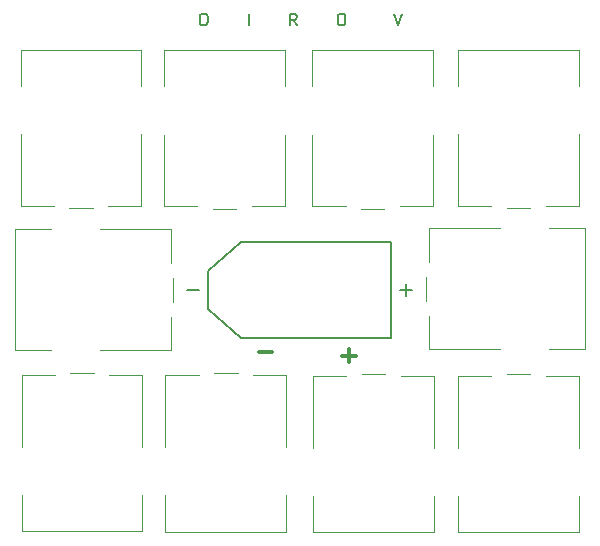
<source format=gbr>
%TF.GenerationSoftware,KiCad,Pcbnew,(6.0.9)*%
%TF.CreationDate,2023-02-05T01:33:25+02:00*%
%TF.ProjectId,Power for cam,506f7765-7220-4666-9f72-2063616d2e6b,rev?*%
%TF.SameCoordinates,Original*%
%TF.FileFunction,Legend,Top*%
%TF.FilePolarity,Positive*%
%FSLAX46Y46*%
G04 Gerber Fmt 4.6, Leading zero omitted, Abs format (unit mm)*
G04 Created by KiCad (PCBNEW (6.0.9)) date 2023-02-05 01:33:25*
%MOMM*%
%LPD*%
G01*
G04 APERTURE LIST*
%ADD10C,0.150000*%
%ADD11C,0.300000*%
%ADD12C,0.120000*%
%ADD13C,0.127000*%
G04 APERTURE END LIST*
D10*
X143738095Y-60452380D02*
X143928571Y-60452380D01*
X144023809Y-60500000D01*
X144119047Y-60595238D01*
X144166666Y-60785714D01*
X144166666Y-61119047D01*
X144119047Y-61309523D01*
X144023809Y-61404761D01*
X143928571Y-61452380D01*
X143738095Y-61452380D01*
X143642857Y-61404761D01*
X143547619Y-61309523D01*
X143500000Y-61119047D01*
X143500000Y-60785714D01*
X143547619Y-60595238D01*
X143642857Y-60500000D01*
X143738095Y-60452380D01*
X147642857Y-61452380D02*
X147642857Y-60452380D01*
X151738095Y-61452380D02*
X151404761Y-60976190D01*
X151166666Y-61452380D02*
X151166666Y-60452380D01*
X151547619Y-60452380D01*
X151642857Y-60500000D01*
X151690476Y-60547619D01*
X151738095Y-60642857D01*
X151738095Y-60785714D01*
X151690476Y-60880952D01*
X151642857Y-60928571D01*
X151547619Y-60976190D01*
X151166666Y-60976190D01*
X155404761Y-60452380D02*
X155595238Y-60452380D01*
X155690476Y-60500000D01*
X155785714Y-60595238D01*
X155833333Y-60785714D01*
X155833333Y-61119047D01*
X155785714Y-61309523D01*
X155690476Y-61404761D01*
X155595238Y-61452380D01*
X155404761Y-61452380D01*
X155309523Y-61404761D01*
X155214285Y-61309523D01*
X155166666Y-61119047D01*
X155166666Y-60785714D01*
X155214285Y-60595238D01*
X155309523Y-60500000D01*
X155404761Y-60452380D01*
X159928571Y-60452380D02*
X160261904Y-61452380D01*
X160595238Y-60452380D01*
D11*
X155563971Y-89426542D02*
X156706828Y-89426542D01*
X156135400Y-89997971D02*
X156135400Y-88855114D01*
X149645628Y-89136057D02*
X148502771Y-89136057D01*
D12*
%TO.C,J9*%
X138567200Y-70687000D02*
X138567200Y-76747000D01*
X128347200Y-63527000D02*
X138567200Y-63527000D01*
X134457200Y-76937000D02*
X132457200Y-76937000D01*
X128347200Y-66587000D02*
X128347200Y-63527000D01*
X138567200Y-76747000D02*
X135757200Y-76747000D01*
X138567200Y-63527000D02*
X138567200Y-66587000D01*
X131157200Y-76747000D02*
X128347200Y-76747000D01*
X128347200Y-76747000D02*
X128347200Y-70687000D01*
%TO.C,J5*%
X175605800Y-70687000D02*
X175605800Y-76747000D01*
X165385800Y-63527000D02*
X175605800Y-63527000D01*
X171495800Y-76937000D02*
X169495800Y-76937000D01*
X168195800Y-76747000D02*
X165385800Y-76747000D01*
X165385800Y-66587000D02*
X165385800Y-63527000D01*
X175605800Y-63527000D02*
X175605800Y-66587000D01*
X175605800Y-76747000D02*
X172795800Y-76747000D01*
X165385800Y-76747000D02*
X165385800Y-70687000D01*
X162885800Y-78646800D02*
X168945800Y-78646800D01*
X162885800Y-81456800D02*
X162885800Y-78646800D01*
X168945800Y-88866800D02*
X162885800Y-88866800D01*
X162885800Y-88866800D02*
X162885800Y-86056800D01*
X176105800Y-78646800D02*
X176105800Y-88866800D01*
X162695800Y-84756800D02*
X162695800Y-82756800D01*
X176105800Y-88866800D02*
X173045800Y-88866800D01*
X173045800Y-78646800D02*
X176105800Y-78646800D01*
D13*
%TO.C,J1*%
X143436000Y-83845400D02*
X142436000Y-83845400D01*
X160936000Y-84345400D02*
X160936000Y-83345400D01*
X159686000Y-87895400D02*
X146986000Y-87895400D01*
X159686000Y-79795400D02*
X159686000Y-87895400D01*
X144186000Y-85445400D02*
X144186000Y-82245400D01*
X144186000Y-82245400D02*
X146986000Y-79795400D01*
X146986000Y-79795400D02*
X159686000Y-79795400D01*
X161436000Y-83845400D02*
X160436000Y-83845400D01*
X146986000Y-87895400D02*
X144186000Y-85445400D01*
D12*
%TO.C,J8*%
X140590000Y-104310000D02*
X140590000Y-101250000D01*
X150810000Y-101250000D02*
X150810000Y-104310000D01*
X148000000Y-91090000D02*
X150810000Y-91090000D01*
X144700000Y-90900000D02*
X146700000Y-90900000D01*
X150810000Y-104310000D02*
X140590000Y-104310000D01*
X140590000Y-91090000D02*
X143400000Y-91090000D01*
X150810000Y-91090000D02*
X150810000Y-97150000D01*
X140590000Y-97150000D02*
X140590000Y-91090000D01*
%TO.C,J6*%
X165374800Y-104362800D02*
X165374800Y-101302800D01*
X165374800Y-97202800D02*
X165374800Y-91142800D01*
X175594800Y-101302800D02*
X175594800Y-104362800D01*
X172784800Y-91142800D02*
X175594800Y-91142800D01*
X175594800Y-91142800D02*
X175594800Y-97202800D01*
X169484800Y-90952800D02*
X171484800Y-90952800D01*
X165374800Y-91142800D02*
X168184800Y-91142800D01*
X175594800Y-104362800D02*
X165374800Y-104362800D01*
%TO.C,J2*%
X150702800Y-70730200D02*
X150702800Y-76790200D01*
X140482800Y-76790200D02*
X140482800Y-70730200D01*
X140482800Y-63570200D02*
X150702800Y-63570200D01*
X143292800Y-76790200D02*
X140482800Y-76790200D01*
X140482800Y-66630200D02*
X140482800Y-63570200D01*
X150702800Y-63570200D02*
X150702800Y-66630200D01*
X146592800Y-76980200D02*
X144592800Y-76980200D01*
X150702800Y-76790200D02*
X147892800Y-76790200D01*
%TO.C,J10*%
X141077600Y-86145400D02*
X141077600Y-88955400D01*
X141267600Y-82845400D02*
X141267600Y-84845400D01*
X141077600Y-78735400D02*
X141077600Y-81545400D01*
X130917600Y-88955400D02*
X127857600Y-88955400D01*
X141077600Y-88955400D02*
X135017600Y-88955400D01*
X127857600Y-78735400D02*
X130917600Y-78735400D01*
X135017600Y-78735400D02*
X141077600Y-78735400D01*
X127857600Y-88955400D02*
X127857600Y-78735400D01*
%TO.C,J7*%
X159140400Y-76980200D02*
X157140400Y-76980200D01*
X153030400Y-76790200D02*
X153030400Y-70730200D01*
X153030400Y-66630200D02*
X153030400Y-63570200D01*
X155840400Y-76790200D02*
X153030400Y-76790200D01*
X163250400Y-70730200D02*
X163250400Y-76790200D01*
X163250400Y-76790200D02*
X160440400Y-76790200D01*
X153030400Y-63570200D02*
X163250400Y-63570200D01*
X163250400Y-63570200D02*
X163250400Y-66630200D01*
%TO.C,J4*%
X153112200Y-104372600D02*
X153112200Y-101312600D01*
X153112200Y-97212600D02*
X153112200Y-91152600D01*
X157222200Y-90962600D02*
X159222200Y-90962600D01*
X163332200Y-104372600D02*
X153112200Y-104372600D01*
X163332200Y-101312600D02*
X163332200Y-104372600D01*
X163332200Y-91152600D02*
X163332200Y-97212600D01*
X160522200Y-91152600D02*
X163332200Y-91152600D01*
X153112200Y-91152600D02*
X155922200Y-91152600D01*
%TO.C,J3*%
X128420000Y-91080000D02*
X131230000Y-91080000D01*
X138640000Y-104300000D02*
X128420000Y-104300000D01*
X135830000Y-91080000D02*
X138640000Y-91080000D01*
X138640000Y-91080000D02*
X138640000Y-97140000D01*
X128420000Y-97140000D02*
X128420000Y-91080000D01*
X128420000Y-104300000D02*
X128420000Y-101240000D01*
X138640000Y-101240000D02*
X138640000Y-104300000D01*
X132530000Y-90890000D02*
X134530000Y-90890000D01*
%TD*%
M02*

</source>
